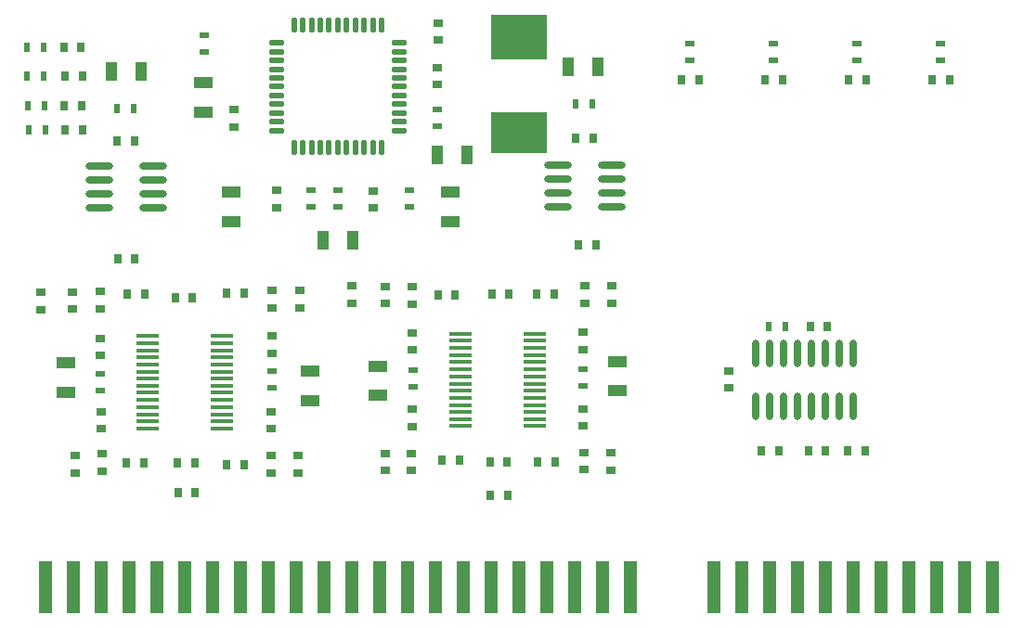
<source format=gtp>
%FSTAX23Y23*%
%MOIN*%
%SFA1B1*%

%IPPOS*%
%ADD10R,0.050000X0.185000*%
%ADD11R,0.031000X0.037000*%
%ADD12R,0.043000X0.067000*%
%ADD13O,0.098000X0.028000*%
%ADD14R,0.020000X0.035000*%
%ADD15R,0.037000X0.031000*%
%ADD16R,0.081000X0.016000*%
%ADD17R,0.035000X0.020000*%
%ADD18R,0.067000X0.043000*%
%ADD19O,0.057000X0.022000*%
%ADD20O,0.022000X0.057000*%
%ADD21O,0.028000X0.098000*%
%ADD22R,0.200000X0.160000*%
%ADD23R,0.200000X0.150000*%
%LNseniordesign-1*%
%LPD*%
G54D10*
X02093Y02957D03*
X02193D03*
X02293D03*
X02393D03*
X02493D03*
X02593D03*
X02693D03*
X02793D03*
X02893D03*
X02993D03*
X03093D03*
X03193D03*
X03293D03*
X03393D03*
X03493D03*
X03593D03*
X03693D03*
X03793D03*
X03893D03*
X03993D03*
X04093D03*
X04193D03*
X04493D03*
X04593D03*
X04693D03*
X04793D03*
X04893D03*
X04993D03*
X05093D03*
X05193D03*
X05293D03*
X05393D03*
X05493D03*
G54D11*
X0235Y0456D03*
X02412D03*
X02414Y04138D03*
X02352D03*
X04059Y04571D03*
X03997D03*
X04069Y04186D03*
X04007D03*
X0375Y03407D03*
X03688D03*
X02629Y03404D03*
X02567D03*
X03516Y03414D03*
X03578D03*
X0386Y03409D03*
X03922D03*
X02383Y03404D03*
X02445D03*
X02743Y03399D03*
X02805D03*
X03691Y03286D03*
X03753D03*
X02568Y03297D03*
X0263D03*
X03502Y04006D03*
X03564D03*
X03857Y0401D03*
X03919D03*
X02387Y04012D03*
X02449D03*
X02744Y04014D03*
X02806D03*
X03757Y0401D03*
X03695D03*
X02621Y03999D03*
X02559D03*
X02158Y04898D03*
X0222D03*
X02163Y04793D03*
X02225D03*
X04838Y03894D03*
X049D03*
X04664Y03446D03*
X04726D03*
X04832D03*
X04894D03*
X05035Y03447D03*
X04973D03*
X02161Y04688D03*
X02223D03*
X02225Y046D03*
X02163D03*
X05338Y04781D03*
X05276D03*
X04738D03*
X04676D03*
X05038D03*
X04976D03*
X04376D03*
X04438D03*
G54D12*
X02437Y04812D03*
X02331D03*
X04076Y04828D03*
X0397D03*
X035Y04512D03*
X03606D03*
X03089Y04205D03*
X03195D03*
G54D13*
X02285Y04472D03*
Y04422D03*
Y04372D03*
Y04322D03*
X02478Y04472D03*
Y04422D03*
Y04372D03*
Y04322D03*
X04127Y04323D03*
Y04373D03*
Y04423D03*
Y04473D03*
X03934Y04323D03*
Y04373D03*
Y04423D03*
Y04473D03*
G54D14*
X0235Y04676D03*
X0241D03*
X03996Y04694D03*
X04056D03*
X02027Y04898D03*
X02087D03*
X02027Y04795D03*
X02087D03*
X04688Y03893D03*
X04748D03*
X0203Y04688D03*
X0209D03*
X02032Y046D03*
X02092D03*
G54D15*
X03193Y03979D03*
Y04041D03*
X02077Y03955D03*
Y04017D03*
X03407Y03438D03*
Y03376D03*
X04026Y0338D03*
Y03442D03*
X02295Y03436D03*
Y03374D03*
X02904Y03369D03*
Y03431D03*
X03408Y03534D03*
Y03596D03*
X04024Y03598D03*
Y03536D03*
X02294Y03527D03*
Y03589D03*
X02904Y03588D03*
Y03526D03*
X03313Y03438D03*
Y03376D03*
X04124Y03379D03*
Y03441D03*
X02198Y03431D03*
Y03369D03*
X03D03*
Y03431D03*
X04125Y04041D03*
Y03979D03*
X03005Y04024D03*
Y03962D03*
X03313Y03977D03*
Y04039D03*
X02189Y03957D03*
Y04019D03*
X03411Y0381D03*
Y03872D03*
X02288Y0379D03*
Y03852D03*
X04024Y03811D03*
Y03873D03*
X02905Y03799D03*
Y03861D03*
X0341Y03975D03*
Y04037D03*
X04029Y04041D03*
Y03979D03*
X02288Y03959D03*
Y04021D03*
X02905Y04023D03*
Y03961D03*
X02923Y04322D03*
Y04384D03*
X03502Y04985D03*
Y04923D03*
X035Y04763D03*
Y04825D03*
X03269Y0432D03*
Y04382D03*
X0277Y04673D03*
Y04611D03*
X04547Y03673D03*
Y03735D03*
G54D16*
X0385Y03536D03*
Y03561D03*
Y03587D03*
Y03612D03*
Y03638D03*
Y03664D03*
Y03689D03*
Y03715D03*
Y0374D03*
Y03766D03*
Y03792D03*
Y03817D03*
Y03843D03*
Y03868D03*
X03582Y03536D03*
Y03561D03*
Y03587D03*
Y03612D03*
Y03638D03*
Y03664D03*
Y03689D03*
Y03715D03*
Y0374D03*
Y03766D03*
Y03792D03*
Y03817D03*
Y03843D03*
Y03868D03*
X02727Y03528D03*
Y03553D03*
Y03579D03*
Y03604D03*
Y0363D03*
Y03656D03*
Y03681D03*
Y03707D03*
Y03732D03*
Y03758D03*
Y03784D03*
Y03809D03*
Y03835D03*
Y0386D03*
X0246Y03528D03*
Y03553D03*
Y03579D03*
Y03604D03*
Y0363D03*
Y03656D03*
Y03681D03*
Y03707D03*
Y03732D03*
Y03758D03*
Y03784D03*
Y03809D03*
Y03835D03*
Y0386D03*
G54D17*
X03412Y03737D03*
Y03677D03*
X0229Y03725D03*
Y03665D03*
X04023Y03742D03*
Y03682D03*
X02905Y03674D03*
Y03734D03*
X03045Y04325D03*
Y04385D03*
X03398Y04323D03*
Y04383D03*
X035Y04675D03*
Y04615D03*
X02662Y04942D03*
Y04882D03*
X03144Y04385D03*
Y04325D03*
X05307Y04911D03*
Y04851D03*
X04707Y04911D03*
Y04851D03*
X05007Y04911D03*
Y04851D03*
X04407Y04911D03*
Y04851D03*
G54D18*
X03285Y03646D03*
Y03752D03*
X02167Y03658D03*
Y03764D03*
X04146Y03663D03*
Y03769D03*
X03043Y03733D03*
Y03627D03*
X02761Y04378D03*
Y04272D03*
X03546Y04376D03*
Y0427D03*
X0266Y04771D03*
Y04665D03*
G54D19*
X02922Y04913D03*
Y04882D03*
Y0485D03*
Y04819D03*
Y04787D03*
Y04756D03*
Y04725D03*
Y04693D03*
Y04662D03*
Y0463D03*
Y04599D03*
X03362D03*
Y0463D03*
Y04662D03*
Y04693D03*
Y04725D03*
Y04756D03*
Y04787D03*
Y04819D03*
Y0485D03*
Y04882D03*
Y04913D03*
G54D20*
X02985Y04536D03*
X03016D03*
X03048D03*
X03079D03*
X03111D03*
X03142D03*
X03173D03*
X03205D03*
X03236D03*
X03268D03*
X03299D03*
Y04976D03*
X03268D03*
X03236D03*
X03205D03*
X03173D03*
X03142D03*
X03111D03*
X03079D03*
X03048D03*
X03016D03*
X02985D03*
G54D21*
X04992Y03798D03*
X04942D03*
X04892D03*
X04842D03*
X04792D03*
X04742D03*
X04692D03*
X04642D03*
X04992Y03606D03*
X04942D03*
X04892D03*
X04842D03*
X04792D03*
X04742D03*
X04692D03*
X04642D03*
G54D22*
X03792Y04933D03*
G54D23*
X03793Y04591D03*
M02*
</source>
